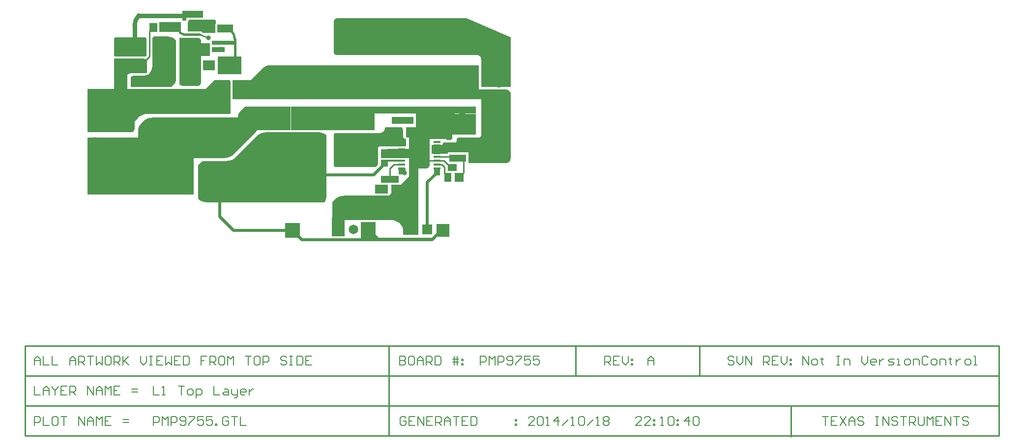
<source format=gtl>
%FSAX25Y25*%
%MOIN*%
G70*
G01*
G75*
G04 Layer_Physical_Order=1*
G04 Layer_Color=2232046*
%ADD10C,0.03000*%
%ADD11C,0.01500*%
%ADD12C,0.01400*%
%ADD13R,0.02362X0.01969*%
%ADD14R,0.03740X0.03937*%
%ADD15R,0.08858X0.07677*%
%ADD16R,0.11417X0.21260*%
%ADD17R,0.03602X0.04803*%
%ADD18R,0.03937X0.03740*%
%ADD19R,0.10512X0.10000*%
%ADD20R,0.03000X0.05000*%
%ADD21R,0.08000X0.14000*%
%ADD22R,0.05000X0.01500*%
%ADD23R,0.05118X0.13386*%
%ADD24R,0.02362X0.05906*%
%ADD25C,0.01000*%
%ADD26C,0.02000*%
%ADD27C,0.10000*%
%ADD28C,0.00800*%
%ADD29R,0.07000X0.06500*%
%ADD30R,0.08500X0.03500*%
%ADD31R,0.15500X0.02676*%
%ADD32R,0.07500X0.03500*%
%ADD33R,0.14500X0.18000*%
%ADD34R,0.11500X0.04500*%
%ADD35R,0.02500X0.06500*%
%ADD36R,0.08500X0.12500*%
%ADD37R,0.10000X0.12000*%
%ADD38R,0.10000X0.10000*%
%ADD39R,0.05498X0.06227*%
%ADD40R,0.14500X0.07000*%
%ADD41R,0.16000X0.12000*%
%ADD42R,0.08000X0.07000*%
%ADD43R,0.11000X0.02500*%
%ADD44R,0.11012X0.05619*%
%ADD45R,0.09000X0.09000*%
%ADD46R,0.23000X0.16000*%
%ADD47R,0.20000X0.15000*%
%ADD48R,0.14720X0.04998*%
%ADD49R,0.04720X0.04845*%
%ADD50R,0.22000X0.06000*%
%ADD51R,0.12000X0.05000*%
%ADD52R,0.09000X0.06000*%
%ADD53R,0.05000X0.04000*%
%ADD54R,0.04000X0.05000*%
%ADD55R,0.08000X0.06000*%
%ADD56R,0.05000X0.05850*%
%ADD57R,0.06000X0.06000*%
%ADD58R,0.11500X0.05000*%
%ADD59R,0.06000X0.04998*%
%ADD60R,0.04998X0.05000*%
%ADD61R,1.25500X0.05000*%
%ADD62R,0.57000X0.12000*%
%ADD63R,0.24500X0.17500*%
%ADD64R,0.21227X0.14000*%
%ADD65R,1.34000X0.16000*%
%ADD66R,0.24500X0.04000*%
%ADD67R,0.18000X0.04500*%
%ADD68R,0.72000X0.39000*%
%ADD69R,0.06500X0.08500*%
%ADD70R,0.11024X0.11024*%
%ADD71C,0.11024*%
%ADD72R,0.06496X0.06496*%
%ADD73C,0.06496*%
%ADD74C,0.06299*%
%ADD75R,0.06299X0.06299*%
%ADD76C,0.06693*%
%ADD77R,0.06496X0.06496*%
%ADD78C,0.04000*%
%ADD79C,0.03200*%
G36*
X0197200Y0250314D02*
X0197170D01*
X0197288Y0249423D01*
X0197632Y0248592D01*
X0198179Y0247879D01*
X0196799Y0246499D01*
X0196809Y0246476D01*
X0195627Y0245297D01*
X0195626Y0245264D01*
X0195449Y0245119D01*
X0181629Y0231329D01*
Y0231329D01*
X0181626Y0231264D01*
X0180140Y0230045D01*
X0178403Y0229117D01*
X0176518Y0228545D01*
X0174558Y0228352D01*
X0146700Y0228400D01*
Y0242380D01*
X0116700Y0242400D01*
Y0247779D01*
X0116700D01*
X0116662Y0247822D01*
X0116832Y0249116D01*
X0117348Y0250361D01*
X0118169Y0251431D01*
X0119771Y0252971D01*
Y0252971D01*
X0119774Y0253036D01*
X0121259Y0254255D01*
X0122997Y0255184D01*
X0124882Y0255755D01*
X0126842Y0255948D01*
X0184171Y0255900D01*
D01*
D01*
D01*
Y0255900D01*
X0184200D01*
D01*
X0184200D01*
Y0255900D01*
D01*
D01*
X0184200Y0256196D01*
D01*
X0184287Y0257083D01*
X0184632Y0258221D01*
X0185193Y0259269D01*
X0185947Y0260188D01*
X0189200Y0263400D01*
X0197200D01*
Y0250314D01*
D02*
G37*
G36*
X0336983Y0291323D02*
X0337713Y0291020D01*
X0338340Y0290540D01*
X0338821Y0289913D01*
X0339123Y0289183D01*
X0339223Y0288426D01*
X0339200Y0288400D01*
X0339200D01*
X0339200Y0288400D01*
X0339151Y0277400D01*
X0339345Y0276425D01*
X0339898Y0275598D01*
X0340724Y0275045D01*
X0341700Y0274851D01*
Y0274900D01*
X0351602D01*
X0351700Y0274908D01*
X0366200Y0274900D01*
Y0274900D01*
X0366209Y0274909D01*
X0366671Y0274872D01*
X0367130Y0274762D01*
X0367566Y0274581D01*
X0367969Y0274335D01*
X0368328Y0274028D01*
X0368635Y0273669D01*
X0368881Y0273266D01*
X0369062Y0272830D01*
X0369172Y0272371D01*
X0369209Y0271900D01*
X0369200Y0228400D01*
X0369200D01*
X0369207Y0228393D01*
X0369178Y0227942D01*
X0369088Y0227492D01*
X0368940Y0227058D01*
X0368738Y0226646D01*
X0368483Y0226265D01*
X0368180Y0225920D01*
X0367835Y0225617D01*
X0367454Y0225362D01*
X0367042Y0225160D01*
X0366608Y0225012D01*
X0366158Y0224922D01*
X0365700Y0224892D01*
X0341200Y0224900D01*
Y0224900D01*
X0341190Y0224892D01*
X0341005Y0224929D01*
X0340840Y0225040D01*
X0340729Y0225205D01*
X0340690Y0225400D01*
X0340700Y0231400D01*
Y0231900D01*
X0340710D01*
X0340671Y0232095D01*
X0340561Y0232260D01*
X0340395Y0232371D01*
X0340200Y0232410D01*
X0326700Y0232400D01*
Y0231900D01*
X0326700D01*
X0326708Y0231890D01*
X0326671Y0231705D01*
X0326560Y0231540D01*
X0326395Y0231429D01*
X0326200Y0231390D01*
X0325200Y0231400D01*
X0315700D01*
Y0237400D01*
X0322200D01*
Y0237391D01*
X0322461Y0237426D01*
X0322520Y0237450D01*
X0322920D01*
Y0237696D01*
X0323074Y0237896D01*
X0323174Y0238139D01*
X0323209Y0238400D01*
X0323209D01*
X0323194Y0238418D01*
X0323229Y0238595D01*
X0323340Y0238760D01*
X0323505Y0238871D01*
X0323700Y0238910D01*
X0331200Y0238900D01*
Y0238893D01*
X0331494Y0238922D01*
X0331777Y0239007D01*
X0332037Y0239147D01*
X0332266Y0239334D01*
X0332453Y0239563D01*
X0332593Y0239823D01*
X0332678Y0240106D01*
X0332707Y0240400D01*
X0332700Y0240900D01*
X0332700Y0240900D01*
X0332700D01*
X0332693Y0240907D01*
X0332722Y0241194D01*
X0332807Y0241477D01*
X0332947Y0241737D01*
X0333134Y0241966D01*
X0333363Y0242153D01*
X0333623Y0242292D01*
X0333906Y0242378D01*
X0334200Y0242407D01*
X0347700Y0242400D01*
Y0242393D01*
X0347994Y0242422D01*
X0348277Y0242508D01*
X0348537Y0242647D01*
X0348766Y0242834D01*
X0348953Y0243063D01*
X0349093Y0243323D01*
X0349178Y0243606D01*
X0349207Y0243900D01*
X0349200Y0270900D01*
X0349200Y0270900D01*
Y0270900D01*
X0330700Y0270859D01*
X0330317Y0271017D01*
X0330181Y0271347D01*
X0330183Y0271350D01*
D01*
X0330198Y0271368D01*
D01*
X0330200Y0271371D01*
X0330200Y0271371D01*
Y0271371D01*
X0330159Y0271400D01*
X0330159Y0271400D01*
X0330144Y0271382D01*
X0329615Y0271487D01*
X0329119Y0271819D01*
X0328787Y0272315D01*
X0328676Y0272871D01*
X0328700Y0272900D01*
X0328700D01*
Y0291400D01*
X0333200D01*
X0336200Y0291426D01*
X0336983Y0291323D01*
D02*
G37*
G36*
X0294980Y0249284D02*
X0295642Y0248842D01*
X0296084Y0248180D01*
X0296232Y0247438D01*
X0296200Y0247400D01*
X0296200D01*
Y0246400D01*
X0296161Y0243400D01*
X0296316Y0242620D01*
X0296758Y0241958D01*
X0297420Y0241516D01*
X0298200Y0241361D01*
Y0241361D01*
X0298200D01*
X0298220Y0237400D01*
X0298142Y0237010D01*
X0297921Y0236679D01*
X0297590Y0236458D01*
X0297219Y0236384D01*
X0297200Y0236400D01*
Y0236400D01*
X0297200Y0236400D01*
X0281200Y0236439D01*
X0280420Y0236284D01*
X0279758Y0235842D01*
X0279316Y0235180D01*
X0279161Y0234400D01*
X0279200D01*
X0279239Y0224400D01*
X0279084Y0223620D01*
X0278642Y0222958D01*
X0277980Y0222516D01*
X0277238Y0222369D01*
X0277200Y0222400D01*
Y0222400D01*
X0250200D01*
X0249200Y0223400D01*
Y0242400D01*
X0249161Y0243400D01*
X0249316Y0244180D01*
X0249758Y0244842D01*
X0250420Y0245284D01*
X0251162Y0245431D01*
X0251200Y0245400D01*
Y0245400D01*
X0251200Y0245400D01*
X0280200Y0245366D01*
X0281244Y0245503D01*
X0282217Y0245906D01*
X0283053Y0246547D01*
X0283694Y0247383D01*
X0284097Y0248356D01*
X0284234Y0249400D01*
X0284234D01*
Y0249400D01*
X0294200Y0249439D01*
X0294980Y0249284D01*
D02*
G37*
G36*
X0314217Y0238414D02*
X0314220Y0238400D01*
X0314200Y0223400D01*
X0314200D01*
X0314231Y0223362D01*
X0314084Y0222620D01*
X0313642Y0221958D01*
X0312980Y0221516D01*
X0312200Y0221361D01*
X0306700Y0221380D01*
Y0176400D01*
X0296200D01*
Y0179779D01*
X0296244D01*
X0296068Y0181116D01*
X0295552Y0182361D01*
X0294731Y0183431D01*
X0294674Y0183454D01*
X0294663Y0183505D01*
Y0183505D01*
X0293141Y0184755D01*
X0291403Y0185684D01*
X0289518Y0186255D01*
X0287558Y0186448D01*
X0248907Y0186401D01*
X0248200Y0187108D01*
Y0198400D01*
X0249771Y0199971D01*
Y0199971D01*
X0249774Y0200036D01*
X0251259Y0201255D01*
X0252997Y0202184D01*
X0254882Y0202755D01*
X0256842Y0202948D01*
X0286200Y0202900D01*
Y0202876D01*
X0286671Y0202970D01*
X0287070Y0203237D01*
X0288200Y0204400D01*
X0289700D01*
X0290700Y0205400D01*
X0300700Y0215400D01*
X0301200D01*
Y0221400D01*
X0301181Y0221384D01*
X0300810Y0221458D01*
X0300479Y0221679D01*
X0300258Y0222010D01*
X0300180Y0222400D01*
X0300200Y0236400D01*
Y0237400D01*
X0300200D01*
D01*
X0300200D01*
Y0237400D01*
X0300168Y0237438D01*
X0300200Y0237597D01*
Y0242400D01*
X0299200Y0242380D01*
X0298810Y0242458D01*
X0298479Y0242679D01*
X0298258Y0243010D01*
X0298184Y0243381D01*
X0298200Y0243400D01*
X0298200D01*
Y0248400D01*
Y0249400D01*
X0314200D01*
X0314217Y0238414D01*
D02*
G37*
G36*
X0203842Y0245900D02*
Y0245900D01*
X0212700D01*
X0239372Y0245933D01*
X0240710Y0245801D01*
X0241997Y0245411D01*
X0243184Y0244777D01*
X0244198Y0243944D01*
X0244200Y0243900D01*
X0244200Y0243900D01*
X0244200Y0243900D01*
Y0203400D01*
X0244244Y0202021D01*
X0244068Y0200684D01*
X0243552Y0199439D01*
X0242758Y0198404D01*
X0242700Y0198400D01*
X0242700Y0198400D01*
X0242700Y0198400D01*
X0169200D01*
X0163235Y0198359D01*
X0161562Y0198523D01*
X0159953Y0199012D01*
X0158470Y0199804D01*
X0157203Y0200845D01*
X0157200Y0200900D01*
X0157200Y0200900D01*
X0157200Y0200900D01*
Y0223400D01*
X0159117Y0225361D01*
X0159874Y0225942D01*
X0160755Y0226307D01*
X0161669Y0226427D01*
X0161700Y0226400D01*
Y0226400D01*
X0161700Y0226400D01*
X0176058Y0226352D01*
X0178018Y0226545D01*
X0179903Y0227116D01*
X0181641Y0228045D01*
X0183163Y0229295D01*
X0183129Y0229329D01*
X0191700Y0237900D01*
X0196737Y0243005D01*
X0198259Y0244255D01*
X0199997Y0245183D01*
X0201882Y0245755D01*
X0203794Y0245944D01*
X0203842Y0245900D01*
D02*
G37*
G36*
X0158159Y0309801D02*
X0158724Y0309424D01*
X0159101Y0308859D01*
X0159227Y0308226D01*
X0159200Y0308193D01*
X0159200D01*
X0159224Y0279400D01*
X0159130Y0278929D01*
X0158876Y0278549D01*
X0158846Y0278547D01*
X0158846D01*
X0157700Y0277400D01*
X0146700Y0277362D01*
X0145947Y0277512D01*
X0145340Y0277917D01*
X0145336Y0277965D01*
X0145336Y0277965D01*
X0145336Y0277965D01*
X0144700Y0278601D01*
Y0309900D01*
X0157493Y0309933D01*
X0158159Y0309801D01*
D02*
G37*
G36*
X0138120Y0310795D02*
X0139485Y0310381D01*
X0140743Y0309708D01*
X0141819Y0308826D01*
X0141821Y0308779D01*
Y0308779D01*
X0142200Y0308400D01*
X0142247Y0280900D01*
X0142060Y0279958D01*
X0141553Y0279199D01*
X0141493Y0279193D01*
X0141493D01*
X0139224Y0276876D01*
X0138874Y0276643D01*
X0112025D01*
X0111704Y0276858D01*
X0111700Y0276900D01*
X0111700Y0276900D01*
X0111700Y0276900D01*
Y0281400D01*
X0111679Y0283421D01*
X0112392Y0283968D01*
X0113223Y0284312D01*
X0114085Y0284426D01*
X0114114Y0284400D01*
Y0284400D01*
X0114200D01*
X0120579Y0284356D01*
X0121916Y0284532D01*
X0123161Y0285048D01*
X0124231Y0285869D01*
X0124223Y0285877D01*
X0125077Y0286916D01*
X0125711Y0288103D01*
X0126101Y0289390D01*
X0126233Y0290728D01*
X0126200D01*
Y0298900D01*
X0126171Y0308486D01*
X0126288Y0309377D01*
X0126632Y0310208D01*
X0127161Y0310897D01*
X0127200Y0310900D01*
X0127200Y0310900D01*
X0127200Y0310900D01*
X0136700Y0310935D01*
X0138120Y0310795D01*
D02*
G37*
G36*
X0168671Y0322330D02*
X0169051Y0322076D01*
X0169053Y0322046D01*
Y0322046D01*
X0169200Y0321900D01*
Y0319664D01*
X0169058Y0319451D01*
X0168965Y0318983D01*
Y0313399D01*
X0161614Y0313370D01*
X0160723Y0313488D01*
X0159892Y0313832D01*
X0159203Y0314361D01*
X0159200Y0314400D01*
X0159200Y0314400D01*
X0155209Y0314388D01*
X0151140D01*
X0150729Y0314470D01*
X0150349Y0314724D01*
X0150347Y0314754D01*
Y0314754D01*
X0150200Y0314900D01*
Y0320900D01*
D01*
D01*
X0150287Y0320987D01*
X0150581D01*
Y0321781D01*
X0151200Y0322400D01*
X0168200Y0322424D01*
X0168671Y0322330D01*
D02*
G37*
G36*
X0121590Y0310342D02*
X0121921Y0310121D01*
X0122142Y0309790D01*
X0122216Y0309419D01*
X0122200Y0309400D01*
X0122200D01*
X0122220Y0298400D01*
X0122142Y0298010D01*
X0121921Y0297679D01*
X0121921Y0297679D01*
X0121921D01*
X0121590Y0297458D01*
D01*
X0121299Y0297400D01*
X0121299D01*
D01*
D01*
X0121299D01*
D01*
X0121299Y0297400D01*
X0121200D01*
Y0297399D01*
X0101200Y0297380D01*
X0100810Y0297458D01*
X0100479Y0297679D01*
X0100258Y0298010D01*
X0100184Y0298381D01*
X0100200Y0298400D01*
X0100200D01*
X0100180Y0309400D01*
X0100258Y0309790D01*
X0100479Y0310121D01*
X0100810Y0310342D01*
X0101181Y0310416D01*
X0101200Y0310400D01*
Y0310400D01*
X0121200Y0310420D01*
X0121590Y0310342D01*
D02*
G37*
G36*
X0252200Y0323400D02*
Y0323400D01*
X0339200D01*
X0369200Y0310400D01*
Y0289400D01*
X0369226Y0288400D01*
X0369123Y0287617D01*
X0368821Y0286887D01*
X0368340Y0286260D01*
X0367713Y0285780D01*
X0366983Y0285477D01*
X0366226Y0285378D01*
X0366200Y0285400D01*
Y0285400D01*
X0353200Y0285366D01*
X0352156Y0285503D01*
X0351183Y0285906D01*
X0350347Y0286547D01*
X0349706Y0287383D01*
X0349303Y0288356D01*
X0349170Y0289366D01*
X0349200Y0289400D01*
X0349200D01*
X0349200Y0289400D01*
X0349226Y0295400D01*
X0349123Y0296183D01*
X0348820Y0296913D01*
X0348340Y0297540D01*
X0347713Y0298021D01*
X0346983Y0298323D01*
X0346200Y0298426D01*
Y0298400D01*
X0251200Y0298361D01*
X0250420Y0298516D01*
X0249758Y0298958D01*
X0249316Y0299620D01*
X0249200Y0300203D01*
Y0300400D01*
X0249199D01*
X0249174Y0320400D01*
X0249277Y0321183D01*
X0249580Y0321913D01*
X0250060Y0322540D01*
X0250687Y0323021D01*
X0251417Y0323323D01*
X0252174Y0323423D01*
X0252200Y0323400D01*
D02*
G37*
G36*
X0121177Y0295812D02*
X0122008Y0295468D01*
X0122697Y0294939D01*
X0122700Y0294900D01*
X0122700Y0294900D01*
X0122700Y0294900D01*
Y0286608D01*
X0121992Y0285902D01*
X0111614Y0285929D01*
X0110723Y0285812D01*
X0109892Y0285468D01*
X0109179Y0284921D01*
X0109200Y0284900D01*
Y0275400D01*
X0162200D01*
X0168200Y0281400D01*
X0168900Y0280700D01*
X0179290D01*
Y0258490D01*
X0179200Y0258400D01*
X0124200D01*
X0123342Y0258448D01*
X0121382Y0258255D01*
X0119497Y0257683D01*
X0117760Y0256755D01*
X0116237Y0255505D01*
X0116271Y0255471D01*
X0114200Y0253400D01*
X0114247Y0248400D01*
X0114060Y0247458D01*
X0113553Y0246699D01*
X0113493Y0246693D01*
X0113493Y0246693D01*
X0113493Y0246693D01*
X0112700Y0245900D01*
X0082200D01*
Y0275400D01*
X0100200D01*
Y0295900D01*
X0120286Y0295930D01*
X0121177Y0295812D01*
D02*
G37*
G54D10*
X0117082Y0325140D02*
G03*
X0114200Y0318182I0006959J-0006959D01*
G01*
X0117082Y0325140D02*
X0148200D01*
X0114200Y0308400D02*
Y0318182D01*
G54D11*
X0182200Y0308864D02*
G03*
X0179700Y0314900I-0008535J0000000D01*
G01*
X0147171Y0312429D02*
G03*
X0147614Y0312400I0000443J0003385D01*
G01*
X0145200Y0313400D02*
G03*
X0147171Y0312429I0002414J0002414D01*
G01*
X0144460Y0315140D02*
G03*
X0145200Y0313400I0002527J0000047D01*
G01*
X0144460Y0315187D02*
G03*
X0144460Y0315140I0002527J0000000D01*
G01*
X0182200Y0291900D02*
Y0308864D01*
X0144460Y0315187D02*
Y0317660D01*
X0147614Y0312400D02*
X0158200D01*
G54D12*
X0284550Y0226600D02*
G03*
X0283200Y0225250I0000000J-0001350D01*
G01*
X0284550Y0226600D02*
X0295220D01*
G54D13*
X0163141Y0304400D02*
D03*
X0168259Y0306368D02*
D03*
Y0302432D02*
D03*
G54D14*
X0120200Y0293250D02*
D03*
Y0299550D02*
D03*
X0283200Y0225250D02*
D03*
Y0231550D02*
D03*
X0158700Y0319750D02*
D03*
Y0326050D02*
D03*
X0210200Y0243250D02*
D03*
Y0249550D02*
D03*
X0300200Y0253550D02*
D03*
Y0247250D02*
D03*
X0293200Y0253550D02*
D03*
Y0247250D02*
D03*
X0290200Y0208101D02*
D03*
Y0214400D02*
D03*
X0283200Y0208101D02*
D03*
Y0214400D02*
D03*
X0327200Y0236250D02*
D03*
Y0242550D02*
D03*
X0330200Y0222250D02*
D03*
Y0228550D02*
D03*
G54D15*
X0109200Y0301813D02*
D03*
Y0290987D02*
D03*
X0341200Y0248813D02*
D03*
Y0237987D02*
D03*
G54D16*
X0223712Y0234400D02*
D03*
X0262688D02*
D03*
G54D17*
X0105753Y0280400D02*
D03*
X0118647D02*
D03*
G54D18*
X0127050Y0317400D02*
D03*
X0133350D02*
D03*
X0166050Y0315900D02*
D03*
X0172350D02*
D03*
X0172850Y0291900D02*
D03*
X0166550D02*
D03*
X0333350Y0215400D02*
D03*
X0327050D02*
D03*
X0337050Y0228400D02*
D03*
X0343350D02*
D03*
G54D19*
X0185828Y0276400D02*
D03*
G54D20*
X0176572D02*
D03*
G54D21*
X0307200Y0230400D02*
D03*
G54D22*
X0319220Y0239400D02*
D03*
Y0236840D02*
D03*
Y0234280D02*
D03*
Y0231720D02*
D03*
Y0229160D02*
D03*
Y0226600D02*
D03*
Y0224040D02*
D03*
Y0221480D02*
D03*
X0295220D02*
D03*
Y0224040D02*
D03*
Y0226600D02*
D03*
Y0229160D02*
D03*
Y0231720D02*
D03*
Y0234280D02*
D03*
Y0236840D02*
D03*
Y0239400D02*
D03*
G54D23*
X0155314Y0284900D02*
D03*
X0132086D02*
D03*
X0155314Y0302900D02*
D03*
X0132086D02*
D03*
G54D24*
X0148200Y0325140D02*
D03*
X0151940Y0317660D02*
D03*
X0144460D02*
D03*
G54D25*
X0105753Y0274453D02*
Y0280900D01*
X0171885Y0202900D02*
Y0218400D01*
X0172070Y0316252D02*
X0178325D01*
X0172850Y0291900D02*
X0182200D01*
X0162700D02*
X0166550D01*
X0109200Y0301813D02*
X0117936D01*
X0158700Y0326050D02*
X0159050Y0326400D01*
X0144200Y0317400D02*
X0144460Y0317660D01*
X0133350Y0317400D02*
X0144200D01*
X0162200Y0319750D02*
X0166050Y0315900D01*
X0158700Y0319750D02*
X0162200D01*
X0156609Y0317660D02*
X0158700Y0319750D01*
X0151940Y0317660D02*
X0156609D01*
X0157791Y0325140D02*
X0158700Y0326050D01*
X0148200Y0325140D02*
X0157791D01*
X0180940Y0293660D02*
X0181200Y0293400D01*
X0155314Y0284900D02*
Y0302900D01*
X0132086Y0284900D02*
Y0302900D01*
X0124350Y0314699D02*
X0127050Y0317400D01*
X0124350Y0297400D02*
Y0314699D01*
X0120200Y0293250D02*
X0124350Y0297400D01*
X0128086Y0280900D02*
X0132086Y0284900D01*
X0118647Y0280900D02*
X0128086D01*
X0105753D02*
Y0285203D01*
X0105700Y0274400D02*
X0105753Y0274453D01*
Y0285203D02*
X0109200Y0288650D01*
Y0290987D01*
X0171885Y0218400D02*
X0185350D01*
X0214861Y0243250D02*
X0223712Y0234400D01*
X0210200Y0243250D02*
X0214861D01*
X0185350Y0218400D02*
X0210200Y0243250D01*
X0162015Y0247900D02*
X0198200D01*
X0132515Y0218400D02*
X0162015Y0247900D01*
X0319200Y0235400D02*
X0320050Y0236250D01*
X0319220Y0231720D02*
Y0234280D01*
X0361200Y0261400D02*
Y0271400D01*
Y0251400D02*
Y0261400D01*
X0087200Y0259400D02*
Y0269400D01*
Y0249400D02*
Y0259400D01*
X0291200Y0253550D02*
X0300200D01*
X0307200Y0239400D02*
Y0240250D01*
X0300200Y0247250D02*
X0307200Y0240250D01*
X0291200Y0240400D02*
X0294220D01*
X0277200D02*
X0291200D01*
Y0247250D01*
X0295220Y0236840D02*
Y0239400D01*
X0283200Y0231550D02*
X0285930Y0234280D01*
X0295220D01*
X0343350Y0235400D02*
X0344200Y0236250D01*
X0346050D01*
X0326200D02*
X0341200D01*
X0343350Y0229400D02*
Y0235400D01*
X0319310Y0229250D02*
X0337200D01*
X0319220Y0229160D02*
X0319310Y0229250D01*
X0319220Y0224040D02*
X0322560D01*
X0327350Y0223250D02*
X0330200D01*
X0324000Y0226600D02*
X0327350Y0223250D01*
X0319220Y0226600D02*
X0324000D01*
X0307200Y0230400D02*
X0311000Y0226600D01*
X0319220D01*
X0303320Y0234280D02*
X0307200Y0230400D01*
X0295220Y0234280D02*
X0303320D01*
X0332464Y0248813D02*
X0341200D01*
X0326200Y0242550D02*
X0332464Y0248813D01*
X0310350Y0242550D02*
X0326200D01*
X0307200Y0239400D02*
X0310350Y0242550D01*
X0307200Y0230400D02*
Y0239400D01*
X0320050Y0236250D02*
X0326200D01*
X0346050D02*
X0361200Y0251400D01*
X0344200Y0271400D02*
X0361200D01*
X0289840Y0224040D02*
X0295220D01*
X0294220Y0240400D02*
X0295220Y0239400D01*
X0276200D02*
X0277200Y0240400D01*
X0276200Y0235550D02*
Y0239400D01*
X0275050Y0234400D02*
X0276200Y0235550D01*
X0262688Y0234400D02*
X0275050D01*
X0295220Y0231720D02*
Y0234280D01*
Y0229160D02*
Y0231720D01*
X0117936Y0301813D02*
X0120200Y0299550D01*
X0117936Y0290987D02*
X0120200Y0293250D01*
X0109200Y0290987D02*
X0117936D01*
X0328700Y0286900D02*
X0344200Y0271400D01*
X0223712Y0234400D02*
X0241200Y0216912D01*
X0287200Y0221400D02*
X0289840Y0224040D01*
X0287200Y0215400D02*
Y0221400D01*
X0283200Y0214400D02*
X0290200D01*
X0322560Y0224040D02*
X0324200Y0222400D01*
Y0218250D02*
Y0222400D01*
Y0218250D02*
X0327050Y0215400D01*
X0336198Y0217400D02*
X0337200Y0218402D01*
Y0229250D01*
X0158200Y0312400D02*
X0164200Y0309900D01*
X0559400Y0039400D02*
Y0059683D01*
X0440500Y0040050D02*
X0700200D01*
Y0101050D01*
X0286500Y0040050D02*
Y0101050D01*
X0040000Y0040050D02*
Y0101050D01*
X0040050Y0040050D02*
X0197600D01*
X0040050D02*
Y0101050D01*
Y0101050D02*
X0700200D01*
X0040000Y0040050D02*
X0440500D01*
X0040000Y0060383D02*
X0700000D01*
X0040000Y0080717D02*
X0700200D01*
X0413200D02*
Y0101050D01*
X0497200Y0080717D02*
Y0101050D01*
G54D26*
X0315700Y0172900D02*
X0316200Y0173400D01*
X0227700Y0172900D02*
X0315700D01*
X0181200Y0179400D02*
X0221200D01*
X0171885Y0188715D02*
Y0202900D01*
Y0188715D02*
X0181200Y0179400D01*
X0257200Y0188400D02*
X0294200D01*
X0290200Y0188900D02*
Y0208101D01*
X0294200Y0188400D02*
X0302700Y0179900D01*
X0252700Y0183900D02*
X0257200Y0188400D01*
X0252700Y0179900D02*
Y0183900D01*
X0316200Y0173400D02*
X0322700Y0179900D01*
X0279200Y0173400D02*
X0316200D01*
X0272700Y0179900D02*
X0279200Y0173400D01*
X0221200Y0179400D02*
X0227700Y0172900D01*
X0312700Y0179900D02*
Y0211900D01*
X0319200Y0218400D01*
X0105700Y0274400D02*
X0163700D01*
X0092200D02*
X0105700D01*
X0087200Y0269400D02*
X0092200Y0274400D01*
X0163700D02*
X0165700Y0276400D01*
X0176572D01*
X0290200Y0208101D02*
X0293901D01*
X0301200Y0215400D01*
Y0223400D01*
X0241200Y0216912D02*
X0276212D01*
X0282200Y0222900D01*
G54D27*
X0317200Y0307242D02*
X0355358D01*
X0185828Y0276400D02*
X0195200D01*
X0205200Y0286400D01*
X0328200D01*
X0361200Y0281400D02*
Y0291400D01*
Y0301400D01*
X0355358Y0307242D02*
X0361200Y0301400D01*
G54D28*
X0126900Y0073549D02*
Y0067551D01*
X0130899D01*
X0132898D02*
X0134897D01*
X0133898D01*
Y0073549D01*
X0132898Y0072549D01*
X0143895Y0073549D02*
X0147893D01*
X0145894D01*
Y0067551D01*
X0150892D02*
X0152892D01*
X0153891Y0068550D01*
Y0070550D01*
X0152892Y0071549D01*
X0150892D01*
X0149893Y0070550D01*
Y0068550D01*
X0150892Y0067551D01*
X0155891Y0065551D02*
Y0071549D01*
X0158890D01*
X0159889Y0070550D01*
Y0068550D01*
X0158890Y0067551D01*
X0155891D01*
X0167887Y0073549D02*
Y0067551D01*
X0171885D01*
X0174884Y0071549D02*
X0176884D01*
X0177884Y0070550D01*
Y0067551D01*
X0174884D01*
X0173885Y0068550D01*
X0174884Y0069550D01*
X0177884D01*
X0179883Y0071549D02*
Y0068550D01*
X0180883Y0067551D01*
X0183882D01*
Y0066551D01*
X0182882Y0065551D01*
X0181882D01*
X0183882Y0067551D02*
Y0071549D01*
X0188880Y0067551D02*
X0186881D01*
X0185881Y0068550D01*
Y0070550D01*
X0186881Y0071549D01*
X0188880D01*
X0189880Y0070550D01*
Y0069550D01*
X0185881D01*
X0191879Y0071549D02*
Y0067551D01*
Y0069550D01*
X0192879Y0070550D01*
X0193878Y0071549D01*
X0194878D01*
X0580500Y0052965D02*
X0584499D01*
X0582499D01*
Y0046966D01*
X0590497Y0052965D02*
X0586498D01*
Y0046966D01*
X0590497D01*
X0586498Y0049966D02*
X0588497D01*
X0592496Y0052965D02*
X0596495Y0046966D01*
Y0052965D02*
X0592496Y0046966D01*
X0598494D02*
Y0050965D01*
X0600493Y0052965D01*
X0602493Y0050965D01*
Y0046966D01*
Y0049966D01*
X0598494D01*
X0608491Y0051965D02*
X0607491Y0052965D01*
X0605492D01*
X0604492Y0051965D01*
Y0050965D01*
X0605492Y0049966D01*
X0607491D01*
X0608491Y0048966D01*
Y0047966D01*
X0607491Y0046966D01*
X0605492D01*
X0604492Y0047966D01*
X0616488Y0052965D02*
X0618488D01*
X0617488D01*
Y0046966D01*
X0616488D01*
X0618488D01*
X0621487D02*
Y0052965D01*
X0625486Y0046966D01*
Y0052965D01*
X0631484Y0051965D02*
X0630484Y0052965D01*
X0628484D01*
X0627485Y0051965D01*
Y0050965D01*
X0628484Y0049966D01*
X0630484D01*
X0631484Y0048966D01*
Y0047966D01*
X0630484Y0046966D01*
X0628484D01*
X0627485Y0047966D01*
X0633483Y0052965D02*
X0637482D01*
X0635482D01*
Y0046966D01*
X0639481D02*
Y0052965D01*
X0642480D01*
X0643480Y0051965D01*
Y0049966D01*
X0642480Y0048966D01*
X0639481D01*
X0641480D02*
X0643480Y0046966D01*
X0645479Y0052965D02*
Y0047966D01*
X0646479Y0046966D01*
X0648478D01*
X0649478Y0047966D01*
Y0052965D01*
X0651477Y0046966D02*
Y0052965D01*
X0653476Y0050965D01*
X0655476Y0052965D01*
Y0046966D01*
X0661474Y0052965D02*
X0657475D01*
Y0046966D01*
X0661474D01*
X0657475Y0049966D02*
X0659474D01*
X0663473Y0046966D02*
Y0052965D01*
X0667472Y0046966D01*
Y0052965D01*
X0669471D02*
X0673470D01*
X0671471D01*
Y0046966D01*
X0679468Y0051965D02*
X0678468Y0052965D01*
X0676469D01*
X0675469Y0051965D01*
Y0050965D01*
X0676469Y0049966D01*
X0678468D01*
X0679468Y0048966D01*
Y0047966D01*
X0678468Y0046966D01*
X0676469D01*
X0675469Y0047966D01*
X0458049Y0046966D02*
X0454050D01*
X0458049Y0050965D01*
Y0051965D01*
X0457049Y0052965D01*
X0455050D01*
X0454050Y0051965D01*
X0464047Y0046966D02*
X0460048D01*
X0464047Y0050965D01*
Y0051965D01*
X0463047Y0052965D01*
X0461048D01*
X0460048Y0051965D01*
X0466046Y0050965D02*
X0467046D01*
Y0049966D01*
X0466046D01*
Y0050965D01*
Y0047966D02*
X0467046D01*
Y0046966D01*
X0466046D01*
Y0047966D01*
X0471044Y0046966D02*
X0473044D01*
X0472044D01*
Y0052965D01*
X0471044Y0051965D01*
X0476043D02*
X0477043Y0052965D01*
X0479042D01*
X0480042Y0051965D01*
Y0047966D01*
X0479042Y0046966D01*
X0477043D01*
X0476043Y0047966D01*
Y0051965D01*
X0482041Y0050965D02*
X0483041D01*
Y0049966D01*
X0482041D01*
Y0050965D01*
Y0047966D02*
X0483041D01*
Y0046966D01*
X0482041D01*
Y0047966D01*
X0490038Y0046966D02*
Y0052965D01*
X0487039Y0049966D01*
X0491038D01*
X0493037Y0051965D02*
X0494037Y0052965D01*
X0496036D01*
X0497036Y0051965D01*
Y0047966D01*
X0496036Y0046966D01*
X0494037D01*
X0493037Y0047966D01*
Y0051965D01*
X0046350Y0046966D02*
Y0052965D01*
X0049349D01*
X0050349Y0051965D01*
Y0049966D01*
X0049349Y0048966D01*
X0046350D01*
X0052348Y0052965D02*
Y0046966D01*
X0056347D01*
X0061345Y0052965D02*
X0059346D01*
X0058346Y0051965D01*
Y0047966D01*
X0059346Y0046966D01*
X0061345D01*
X0062345Y0047966D01*
Y0051965D01*
X0061345Y0052965D01*
X0064344D02*
X0068343D01*
X0066343D01*
Y0046966D01*
X0076340D02*
Y0052965D01*
X0080339Y0046966D01*
Y0052965D01*
X0082338Y0046966D02*
Y0050965D01*
X0084338Y0052965D01*
X0086337Y0050965D01*
Y0046966D01*
Y0049966D01*
X0082338D01*
X0088336Y0046966D02*
Y0052965D01*
X0090336Y0050965D01*
X0092335Y0052965D01*
Y0046966D01*
X0098333Y0052965D02*
X0094335D01*
Y0046966D01*
X0098333D01*
X0094335Y0049966D02*
X0096334D01*
X0106331Y0048966D02*
X0110329D01*
X0106331Y0050965D02*
X0110329D01*
X0046350Y0073549D02*
Y0067551D01*
X0050349D01*
X0052348D02*
Y0071549D01*
X0054347Y0073549D01*
X0056347Y0071549D01*
Y0067551D01*
Y0070550D01*
X0052348D01*
X0058346Y0073549D02*
Y0072549D01*
X0060346Y0070550D01*
X0062345Y0072549D01*
Y0073549D01*
X0060346Y0070550D02*
Y0067551D01*
X0068343Y0073549D02*
X0064344D01*
Y0067551D01*
X0068343D01*
X0064344Y0070550D02*
X0066343D01*
X0070342Y0067551D02*
Y0073549D01*
X0073341D01*
X0074341Y0072549D01*
Y0070550D01*
X0073341Y0069550D01*
X0070342D01*
X0072342D02*
X0074341Y0067551D01*
X0082338D02*
Y0073549D01*
X0086337Y0067551D01*
Y0073549D01*
X0088336Y0067551D02*
Y0071549D01*
X0090336Y0073549D01*
X0092335Y0071549D01*
Y0067551D01*
Y0070550D01*
X0088336D01*
X0094335Y0067551D02*
Y0073549D01*
X0096334Y0071549D01*
X0098333Y0073549D01*
Y0067551D01*
X0104331Y0073549D02*
X0100332D01*
Y0067551D01*
X0104331D01*
X0100332Y0070550D02*
X0102332D01*
X0112329Y0069550D02*
X0116327D01*
X0112329Y0071549D02*
X0116327D01*
X0294000Y0093831D02*
Y0087833D01*
X0296999D01*
X0297999Y0088833D01*
Y0089833D01*
X0296999Y0090832D01*
X0294000D01*
X0296999D01*
X0297999Y0091832D01*
Y0092832D01*
X0296999Y0093831D01*
X0294000D01*
X0302997D02*
X0300998D01*
X0299998Y0092832D01*
Y0088833D01*
X0300998Y0087833D01*
X0302997D01*
X0303997Y0088833D01*
Y0092832D01*
X0302997Y0093831D01*
X0305996Y0087833D02*
Y0091832D01*
X0307996Y0093831D01*
X0309995Y0091832D01*
Y0087833D01*
Y0090832D01*
X0305996D01*
X0311994Y0087833D02*
Y0093831D01*
X0314993D01*
X0315993Y0092832D01*
Y0090832D01*
X0314993Y0089833D01*
X0311994D01*
X0313994D02*
X0315993Y0087833D01*
X0317992Y0093831D02*
Y0087833D01*
X0320991D01*
X0321991Y0088833D01*
Y0092832D01*
X0320991Y0093831D01*
X0317992D01*
X0330988Y0087833D02*
Y0093831D01*
X0332987D02*
Y0087833D01*
X0329988Y0091832D02*
X0332987D01*
X0333987D01*
X0329988Y0089833D02*
X0333987D01*
X0335986Y0091832D02*
X0336986D01*
Y0090832D01*
X0335986D01*
Y0091832D01*
Y0088833D02*
X0336986D01*
Y0087833D01*
X0335986D01*
Y0088833D01*
X0348550Y0087833D02*
Y0093831D01*
X0351549D01*
X0352549Y0092832D01*
Y0090832D01*
X0351549Y0089833D01*
X0348550D01*
X0354548Y0087833D02*
Y0093831D01*
X0356547Y0091832D01*
X0358547Y0093831D01*
Y0087833D01*
X0360546D02*
Y0093831D01*
X0363545D01*
X0364545Y0092832D01*
Y0090832D01*
X0363545Y0089833D01*
X0360546D01*
X0366544Y0088833D02*
X0367544Y0087833D01*
X0369543D01*
X0370543Y0088833D01*
Y0092832D01*
X0369543Y0093831D01*
X0367544D01*
X0366544Y0092832D01*
Y0091832D01*
X0367544Y0090832D01*
X0370543D01*
X0372542Y0093831D02*
X0376541D01*
Y0092832D01*
X0372542Y0088833D01*
Y0087833D01*
X0382539Y0093831D02*
X0378540D01*
Y0090832D01*
X0380540Y0091832D01*
X0381539D01*
X0382539Y0090832D01*
Y0088833D01*
X0381539Y0087833D01*
X0379540D01*
X0378540Y0088833D01*
X0388537Y0093831D02*
X0384538D01*
Y0090832D01*
X0386538Y0091832D01*
X0387537D01*
X0388537Y0090832D01*
Y0088833D01*
X0387537Y0087833D01*
X0385538D01*
X0384538Y0088833D01*
X0462150Y0087833D02*
Y0091832D01*
X0464149Y0093831D01*
X0466149Y0091832D01*
Y0087833D01*
Y0090832D01*
X0462150D01*
X0046350Y0087833D02*
Y0091832D01*
X0048349Y0093831D01*
X0050349Y0091832D01*
Y0087833D01*
Y0090832D01*
X0046350D01*
X0052348Y0093831D02*
Y0087833D01*
X0056347D01*
X0058346Y0093831D02*
Y0087833D01*
X0062345D01*
X0070342D02*
Y0091832D01*
X0072342Y0093831D01*
X0074341Y0091832D01*
Y0087833D01*
Y0090832D01*
X0070342D01*
X0076340Y0087833D02*
Y0093831D01*
X0079339D01*
X0080339Y0092832D01*
Y0090832D01*
X0079339Y0089833D01*
X0076340D01*
X0078340D02*
X0080339Y0087833D01*
X0082338Y0093831D02*
X0086337D01*
X0084338D01*
Y0087833D01*
X0088336Y0093831D02*
Y0087833D01*
X0090336Y0089833D01*
X0092335Y0087833D01*
Y0093831D01*
X0097334D02*
X0095334D01*
X0094335Y0092832D01*
Y0088833D01*
X0095334Y0087833D01*
X0097334D01*
X0098333Y0088833D01*
Y0092832D01*
X0097334Y0093831D01*
X0100332Y0087833D02*
Y0093831D01*
X0103332D01*
X0104331Y0092832D01*
Y0090832D01*
X0103332Y0089833D01*
X0100332D01*
X0102332D02*
X0104331Y0087833D01*
X0106331Y0093831D02*
Y0087833D01*
Y0089833D01*
X0110329Y0093831D01*
X0107330Y0090832D01*
X0110329Y0087833D01*
X0118327Y0093831D02*
Y0089833D01*
X0120326Y0087833D01*
X0122325Y0089833D01*
Y0093831D01*
X0124325D02*
X0126324D01*
X0125324D01*
Y0087833D01*
X0124325D01*
X0126324D01*
X0133322Y0093831D02*
X0129323D01*
Y0087833D01*
X0133322D01*
X0129323Y0090832D02*
X0131323D01*
X0135321Y0093831D02*
Y0087833D01*
X0137321Y0089833D01*
X0139320Y0087833D01*
Y0093831D01*
X0145318D02*
X0141319D01*
Y0087833D01*
X0145318D01*
X0141319Y0090832D02*
X0143319D01*
X0147317Y0093831D02*
Y0087833D01*
X0150316D01*
X0151316Y0088833D01*
Y0092832D01*
X0150316Y0093831D01*
X0147317D01*
X0163312D02*
X0159313D01*
Y0090832D01*
X0161313D01*
X0159313D01*
Y0087833D01*
X0165312D02*
Y0093831D01*
X0168310D01*
X0169310Y0092832D01*
Y0090832D01*
X0168310Y0089833D01*
X0165312D01*
X0167311D02*
X0169310Y0087833D01*
X0174309Y0093831D02*
X0172309D01*
X0171310Y0092832D01*
Y0088833D01*
X0172309Y0087833D01*
X0174309D01*
X0175308Y0088833D01*
Y0092832D01*
X0174309Y0093831D01*
X0177308Y0087833D02*
Y0093831D01*
X0179307Y0091832D01*
X0181306Y0093831D01*
Y0087833D01*
X0189304Y0093831D02*
X0193303D01*
X0191303D01*
Y0087833D01*
X0198301Y0093831D02*
X0196301D01*
X0195302Y0092832D01*
Y0088833D01*
X0196301Y0087833D01*
X0198301D01*
X0199301Y0088833D01*
Y0092832D01*
X0198301Y0093831D01*
X0201300Y0087833D02*
Y0093831D01*
X0204299D01*
X0205299Y0092832D01*
Y0090832D01*
X0204299Y0089833D01*
X0201300D01*
X0217295Y0092832D02*
X0216295Y0093831D01*
X0214296D01*
X0213296Y0092832D01*
Y0091832D01*
X0214296Y0090832D01*
X0216295D01*
X0217295Y0089833D01*
Y0088833D01*
X0216295Y0087833D01*
X0214296D01*
X0213296Y0088833D01*
X0219294Y0093831D02*
X0221293D01*
X0220294D01*
Y0087833D01*
X0219294D01*
X0221293D01*
X0224292Y0093831D02*
Y0087833D01*
X0227291D01*
X0228291Y0088833D01*
Y0092832D01*
X0227291Y0093831D01*
X0224292D01*
X0234289D02*
X0230291D01*
Y0087833D01*
X0234289D01*
X0230291Y0090832D02*
X0232290D01*
X0298199Y0051965D02*
X0297199Y0052965D01*
X0295200D01*
X0294200Y0051965D01*
Y0047966D01*
X0295200Y0046966D01*
X0297199D01*
X0298199Y0047966D01*
Y0049966D01*
X0296199D01*
X0304197Y0052965D02*
X0300198D01*
Y0046966D01*
X0304197D01*
X0300198Y0049966D02*
X0302197D01*
X0306196Y0046966D02*
Y0052965D01*
X0310195Y0046966D01*
Y0052965D01*
X0316193D02*
X0312194D01*
Y0046966D01*
X0316193D01*
X0312194Y0049966D02*
X0314194D01*
X0318192Y0046966D02*
Y0052965D01*
X0321191D01*
X0322191Y0051965D01*
Y0049966D01*
X0321191Y0048966D01*
X0318192D01*
X0320192D02*
X0322191Y0046966D01*
X0324190D02*
Y0050965D01*
X0326190Y0052965D01*
X0328189Y0050965D01*
Y0046966D01*
Y0049966D01*
X0324190D01*
X0330188Y0052965D02*
X0334187D01*
X0332188D01*
Y0046966D01*
X0340185Y0052965D02*
X0336186D01*
Y0046966D01*
X0340185D01*
X0336186Y0049966D02*
X0338186D01*
X0342184Y0052965D02*
Y0046966D01*
X0345183D01*
X0346183Y0047966D01*
Y0051965D01*
X0345183Y0052965D01*
X0342184D01*
X0372175Y0050965D02*
X0373175D01*
Y0049966D01*
X0372175D01*
Y0050965D01*
Y0047966D02*
X0373175D01*
Y0046966D01*
X0372175D01*
Y0047966D01*
X0385149Y0046966D02*
X0381150D01*
X0385149Y0050965D01*
Y0051965D01*
X0384149Y0052965D01*
X0382150D01*
X0381150Y0051965D01*
X0387148D02*
X0388148Y0052965D01*
X0390147D01*
X0391147Y0051965D01*
Y0047966D01*
X0390147Y0046966D01*
X0388148D01*
X0387148Y0047966D01*
Y0051965D01*
X0393146Y0046966D02*
X0395146D01*
X0394146D01*
Y0052965D01*
X0393146Y0051965D01*
X0401144Y0046966D02*
Y0052965D01*
X0398145Y0049966D01*
X0402143D01*
X0404143Y0046966D02*
X0408141Y0050965D01*
X0410141Y0046966D02*
X0412140D01*
X0411140D01*
Y0052965D01*
X0410141Y0051965D01*
X0415139D02*
X0416139Y0052965D01*
X0418138D01*
X0419138Y0051965D01*
Y0047966D01*
X0418138Y0046966D01*
X0416139D01*
X0415139Y0047966D01*
Y0051965D01*
X0421137Y0046966D02*
X0425136Y0050965D01*
X0427135Y0046966D02*
X0429135D01*
X0428135D01*
Y0052965D01*
X0427135Y0051965D01*
X0432133D02*
X0433133Y0052965D01*
X0435133D01*
X0436132Y0051965D01*
Y0050965D01*
X0435133Y0049966D01*
X0436132Y0048966D01*
Y0047966D01*
X0435133Y0046966D01*
X0433133D01*
X0432133Y0047966D01*
Y0048966D01*
X0433133Y0049966D01*
X0432133Y0050965D01*
Y0051965D01*
X0433133Y0049966D02*
X0435133D01*
X0126900Y0046966D02*
Y0052965D01*
X0129899D01*
X0130899Y0051965D01*
Y0049966D01*
X0129899Y0048966D01*
X0126900D01*
X0132898Y0046966D02*
Y0052965D01*
X0134897Y0050965D01*
X0136897Y0052965D01*
Y0046966D01*
X0138896D02*
Y0052965D01*
X0141895D01*
X0142895Y0051965D01*
Y0049966D01*
X0141895Y0048966D01*
X0138896D01*
X0144894Y0047966D02*
X0145894Y0046966D01*
X0147893D01*
X0148893Y0047966D01*
Y0051965D01*
X0147893Y0052965D01*
X0145894D01*
X0144894Y0051965D01*
Y0050965D01*
X0145894Y0049966D01*
X0148893D01*
X0150892Y0052965D02*
X0154891D01*
Y0051965D01*
X0150892Y0047966D01*
Y0046966D01*
X0160889Y0052965D02*
X0156890D01*
Y0049966D01*
X0158890Y0050965D01*
X0159889D01*
X0160889Y0049966D01*
Y0047966D01*
X0159889Y0046966D01*
X0157890D01*
X0156890Y0047966D01*
X0166887Y0052965D02*
X0162888D01*
Y0049966D01*
X0164888Y0050965D01*
X0165887D01*
X0166887Y0049966D01*
Y0047966D01*
X0165887Y0046966D01*
X0163888D01*
X0162888Y0047966D01*
X0168886Y0046966D02*
Y0047966D01*
X0169886D01*
Y0046966D01*
X0168886D01*
X0177884Y0051965D02*
X0176884Y0052965D01*
X0174884D01*
X0173885Y0051965D01*
Y0047966D01*
X0174884Y0046966D01*
X0176884D01*
X0177884Y0047966D01*
Y0049966D01*
X0175884D01*
X0179883Y0052965D02*
X0183882D01*
X0181882D01*
Y0046966D01*
X0185881Y0052965D02*
Y0046966D01*
X0189880D01*
X0433000Y0087833D02*
Y0093831D01*
X0435999D01*
X0436999Y0092832D01*
Y0090832D01*
X0435999Y0089833D01*
X0433000D01*
X0434999D02*
X0436999Y0087833D01*
X0442997Y0093831D02*
X0438998D01*
Y0087833D01*
X0442997D01*
X0438998Y0090832D02*
X0440997D01*
X0444996Y0093831D02*
Y0089833D01*
X0446995Y0087833D01*
X0448995Y0089833D01*
Y0093831D01*
X0450994Y0091832D02*
X0451994D01*
Y0090832D01*
X0450994D01*
Y0091832D01*
Y0088833D02*
X0451994D01*
Y0087833D01*
X0450994D01*
Y0088833D01*
X0520799Y0092832D02*
X0519799Y0093831D01*
X0517800D01*
X0516800Y0092832D01*
Y0091832D01*
X0517800Y0090832D01*
X0519799D01*
X0520799Y0089833D01*
Y0088833D01*
X0519799Y0087833D01*
X0517800D01*
X0516800Y0088833D01*
X0522798Y0093831D02*
Y0089833D01*
X0524797Y0087833D01*
X0526797Y0089833D01*
Y0093831D01*
X0528796Y0087833D02*
Y0093831D01*
X0532795Y0087833D01*
Y0093831D01*
X0540792Y0087833D02*
Y0093831D01*
X0543791D01*
X0544791Y0092832D01*
Y0090832D01*
X0543791Y0089833D01*
X0540792D01*
X0542792D02*
X0544791Y0087833D01*
X0550789Y0093831D02*
X0546790D01*
Y0087833D01*
X0550789D01*
X0546790Y0090832D02*
X0548790D01*
X0552788Y0093831D02*
Y0089833D01*
X0554788Y0087833D01*
X0556787Y0089833D01*
Y0093831D01*
X0558786Y0091832D02*
X0559786D01*
Y0090832D01*
X0558786D01*
Y0091832D01*
Y0088833D02*
X0559786D01*
Y0087833D01*
X0558786D01*
Y0088833D01*
X0567400Y0087833D02*
Y0093831D01*
X0571399Y0087833D01*
Y0093831D01*
X0574398Y0087833D02*
X0576397D01*
X0577397Y0088833D01*
Y0090832D01*
X0576397Y0091832D01*
X0574398D01*
X0573398Y0090832D01*
Y0088833D01*
X0574398Y0087833D01*
X0580396Y0092832D02*
Y0091832D01*
X0579396D01*
X0581395D01*
X0580396D01*
Y0088833D01*
X0581395Y0087833D01*
X0590393Y0093831D02*
X0592392D01*
X0591392D01*
Y0087833D01*
X0590393D01*
X0592392D01*
X0595391D02*
Y0091832D01*
X0598390D01*
X0599390Y0090832D01*
Y0087833D01*
X0607387Y0093831D02*
Y0089833D01*
X0609386Y0087833D01*
X0611386Y0089833D01*
Y0093831D01*
X0616384Y0087833D02*
X0614385D01*
X0613385Y0088833D01*
Y0090832D01*
X0614385Y0091832D01*
X0616384D01*
X0617384Y0090832D01*
Y0089833D01*
X0613385D01*
X0619383Y0091832D02*
Y0087833D01*
Y0089833D01*
X0620383Y0090832D01*
X0621383Y0091832D01*
X0622382D01*
X0625381Y0087833D02*
X0628380D01*
X0629380Y0088833D01*
X0628380Y0089833D01*
X0626381D01*
X0625381Y0090832D01*
X0626381Y0091832D01*
X0629380D01*
X0631379Y0087833D02*
X0633379D01*
X0632379D01*
Y0091832D01*
X0631379D01*
X0637377Y0087833D02*
X0639377D01*
X0640376Y0088833D01*
Y0090832D01*
X0639377Y0091832D01*
X0637377D01*
X0636378Y0090832D01*
Y0088833D01*
X0637377Y0087833D01*
X0642376D02*
Y0091832D01*
X0645375D01*
X0646374Y0090832D01*
Y0087833D01*
X0652373Y0092832D02*
X0651373Y0093831D01*
X0649373D01*
X0648374Y0092832D01*
Y0088833D01*
X0649373Y0087833D01*
X0651373D01*
X0652373Y0088833D01*
X0655372Y0087833D02*
X0657371D01*
X0658371Y0088833D01*
Y0090832D01*
X0657371Y0091832D01*
X0655372D01*
X0654372Y0090832D01*
Y0088833D01*
X0655372Y0087833D01*
X0660370D02*
Y0091832D01*
X0663369D01*
X0664369Y0090832D01*
Y0087833D01*
X0667368Y0092832D02*
Y0091832D01*
X0666368D01*
X0668367D01*
X0667368D01*
Y0088833D01*
X0668367Y0087833D01*
X0671366Y0091832D02*
Y0087833D01*
Y0089833D01*
X0672366Y0090832D01*
X0673366Y0091832D01*
X0674365D01*
X0678364Y0087833D02*
X0680364D01*
X0681363Y0088833D01*
Y0090832D01*
X0680364Y0091832D01*
X0678364D01*
X0677364Y0090832D01*
Y0088833D01*
X0678364Y0087833D01*
X0683362D02*
X0685362D01*
X0684362D01*
Y0093831D01*
X0683362D01*
G54D29*
X0312700Y0180150D02*
D03*
G54D30*
X0170950Y0302150D02*
D03*
G54D31*
X0174450Y0306562D02*
D03*
G54D32*
X0160950Y0303650D02*
D03*
G54D33*
X0340450Y0282400D02*
D03*
G54D34*
X0154950Y0326150D02*
D03*
G54D35*
X0147950Y0325150D02*
D03*
G54D36*
X0252450Y0181650D02*
D03*
G54D37*
X0272700Y0178900D02*
D03*
G54D38*
X0221200Y0179400D02*
D03*
G54D39*
X0126951Y0317013D02*
D03*
G54D40*
X0138450Y0317400D02*
D03*
G54D41*
X0178700Y0291400D02*
D03*
G54D42*
X0164700D02*
D03*
G54D43*
X0173700Y0280150D02*
D03*
G54D44*
X0175694Y0316174D02*
D03*
G54D45*
X0323200Y0179400D02*
D03*
G54D46*
X0208700Y0255400D02*
D03*
G54D47*
X0359200Y0283900D02*
D03*
G54D48*
X0295840Y0253899D02*
D03*
G54D49*
X0283560Y0224977D02*
D03*
G54D50*
X0292200Y0231400D02*
D03*
G54D51*
X0287200Y0213900D02*
D03*
G54D52*
X0281700Y0207400D02*
D03*
G54D53*
X0295700Y0219400D02*
D03*
G54D54*
X0319200Y0218900D02*
D03*
G54D55*
X0292200Y0207400D02*
D03*
G54D56*
X0326700Y0215325D02*
D03*
G54D57*
X0334200Y0215400D02*
D03*
G54D58*
X0333450Y0228400D02*
D03*
G54D59*
X0329700Y0221901D02*
D03*
G54D60*
X0343699Y0228400D02*
D03*
G54D61*
X0282950Y0260900D02*
D03*
G54D62*
X0248700Y0253400D02*
D03*
G54D63*
X0317450Y0250150D02*
D03*
G54D64*
X0335087Y0251400D02*
D03*
G54D65*
X0263200Y0276400D02*
D03*
G54D66*
X0337450Y0270400D02*
D03*
G54D67*
X0189700Y0270650D02*
D03*
G54D68*
X0118200Y0222900D02*
D03*
G54D69*
X0161950Y0302150D02*
D03*
G54D70*
X0171885Y0218400D02*
D03*
G54D71*
X0132515D02*
D03*
G54D72*
X0361200Y0251400D02*
D03*
X0087200Y0269400D02*
D03*
G54D73*
X0361200Y0261400D02*
D03*
Y0271400D02*
D03*
Y0281400D02*
D03*
Y0291400D02*
D03*
Y0301400D02*
D03*
X0087200Y0259400D02*
D03*
Y0249400D02*
D03*
Y0239400D02*
D03*
Y0229400D02*
D03*
Y0219400D02*
D03*
X0252700Y0179900D02*
D03*
X0262700D02*
D03*
X0302700D02*
D03*
X0312700D02*
D03*
G54D74*
X0259200Y0307242D02*
D03*
X0317200D02*
D03*
G54D75*
X0259200Y0287558D02*
D03*
X0317200D02*
D03*
G54D76*
X0221200Y0179400D02*
D03*
G54D77*
X0272700Y0179900D02*
D03*
X0322700D02*
D03*
G54D78*
X0162700Y0291900D02*
D03*
X0208200Y0254400D02*
D03*
X0200200D02*
D03*
Y0259400D02*
D03*
X0215200D02*
D03*
Y0254400D02*
D03*
X0208200Y0259400D02*
D03*
X0322200Y0258400D02*
D03*
X0329200Y0253400D02*
D03*
Y0258400D02*
D03*
X0314200D02*
D03*
Y0253400D02*
D03*
X0322200D02*
D03*
X0336200Y0258400D02*
D03*
Y0253400D02*
D03*
X0182200Y0291900D02*
D03*
Y0287400D02*
D03*
G54D79*
X0279200Y0207400D02*
D03*
X0114200Y0308400D02*
D03*
X0109200D02*
D03*
X0104200D02*
D03*
X0116200Y0302400D02*
D03*
X0297200Y0218400D02*
D03*
X0172700Y0302400D02*
D03*
X0164200Y0309900D02*
D03*
M02*

</source>
